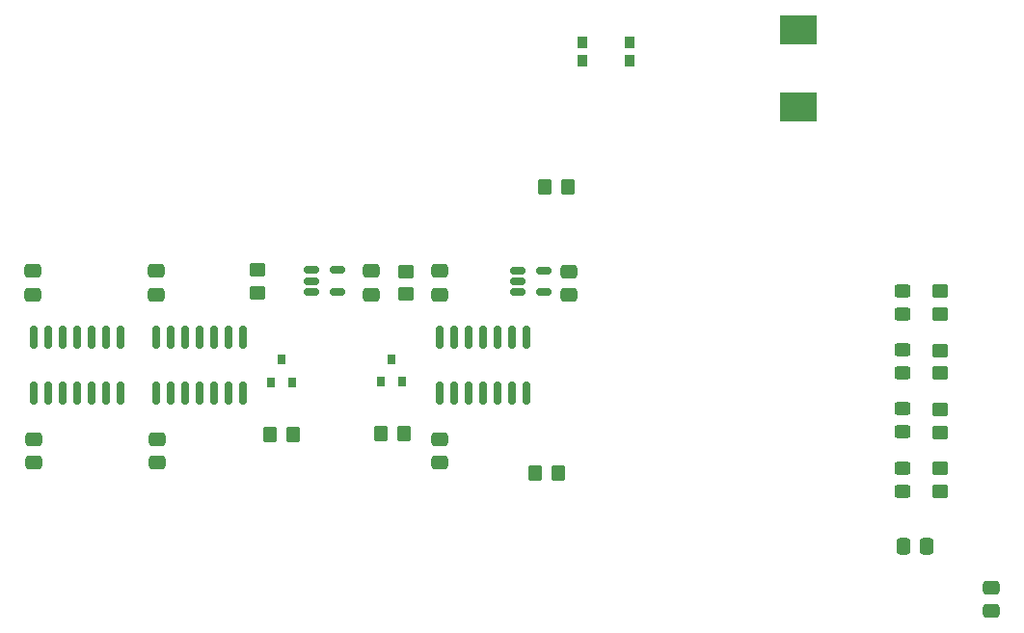
<source format=gbr>
G04 #@! TF.GenerationSoftware,KiCad,Pcbnew,8.0.1*
G04 #@! TF.CreationDate,2024-05-09T19:23:35+02:00*
G04 #@! TF.ProjectId,FluCom5,466c7543-6f6d-4352-9e6b-696361645f70,5.1*
G04 #@! TF.SameCoordinates,Original*
G04 #@! TF.FileFunction,Paste,Top*
G04 #@! TF.FilePolarity,Positive*
%FSLAX46Y46*%
G04 Gerber Fmt 4.6, Leading zero omitted, Abs format (unit mm)*
G04 Created by KiCad (PCBNEW 8.0.1) date 2024-05-09 19:23:35*
%MOMM*%
%LPD*%
G01*
G04 APERTURE LIST*
G04 Aperture macros list*
%AMRoundRect*
0 Rectangle with rounded corners*
0 $1 Rounding radius*
0 $2 $3 $4 $5 $6 $7 $8 $9 X,Y pos of 4 corners*
0 Add a 4 corners polygon primitive as box body*
4,1,4,$2,$3,$4,$5,$6,$7,$8,$9,$2,$3,0*
0 Add four circle primitives for the rounded corners*
1,1,$1+$1,$2,$3*
1,1,$1+$1,$4,$5*
1,1,$1+$1,$6,$7*
1,1,$1+$1,$8,$9*
0 Add four rect primitives between the rounded corners*
20,1,$1+$1,$2,$3,$4,$5,0*
20,1,$1+$1,$4,$5,$6,$7,0*
20,1,$1+$1,$6,$7,$8,$9,0*
20,1,$1+$1,$8,$9,$2,$3,0*%
G04 Aperture macros list end*
%ADD10RoundRect,0.250000X-0.475000X0.337500X-0.475000X-0.337500X0.475000X-0.337500X0.475000X0.337500X0*%
%ADD11RoundRect,0.250000X0.475000X-0.337500X0.475000X0.337500X-0.475000X0.337500X-0.475000X-0.337500X0*%
%ADD12RoundRect,0.250000X0.450000X-0.325000X0.450000X0.325000X-0.450000X0.325000X-0.450000X-0.325000X0*%
%ADD13RoundRect,0.250000X-0.450000X0.325000X-0.450000X-0.325000X0.450000X-0.325000X0.450000X0.325000X0*%
%ADD14R,3.300000X2.500000*%
%ADD15R,0.800000X0.900000*%
%ADD16RoundRect,0.250000X0.450000X-0.350000X0.450000X0.350000X-0.450000X0.350000X-0.450000X-0.350000X0*%
%ADD17RoundRect,0.250000X0.350000X0.450000X-0.350000X0.450000X-0.350000X-0.450000X0.350000X-0.450000X0*%
%ADD18RoundRect,0.150000X0.150000X-0.825000X0.150000X0.825000X-0.150000X0.825000X-0.150000X-0.825000X0*%
%ADD19RoundRect,0.250000X-0.450000X0.350000X-0.450000X-0.350000X0.450000X-0.350000X0.450000X0.350000X0*%
%ADD20RoundRect,0.250000X-0.350000X-0.450000X0.350000X-0.450000X0.350000X0.450000X-0.350000X0.450000X0*%
%ADD21RoundRect,0.250000X-0.337500X-0.475000X0.337500X-0.475000X0.337500X0.475000X-0.337500X0.475000X0*%
%ADD22RoundRect,0.150000X-0.512500X-0.150000X0.512500X-0.150000X0.512500X0.150000X-0.512500X0.150000X0*%
%ADD23R,0.900000X1.000000*%
G04 APERTURE END LIST*
D10*
X79603600Y-121542900D03*
X79603600Y-123617900D03*
X90424000Y-121542900D03*
X90424000Y-123617900D03*
D11*
X90322400Y-108835100D03*
X90322400Y-106760100D03*
D10*
X163703000Y-134598500D03*
X163703000Y-136673500D03*
D12*
X155875000Y-115735000D03*
X155875000Y-113685000D03*
D13*
X155875000Y-124100000D03*
X155875000Y-126150000D03*
D12*
X155875000Y-120920000D03*
X155875000Y-118870000D03*
X155875000Y-110550000D03*
X155875000Y-108500000D03*
D14*
X146750000Y-92350000D03*
X146750000Y-85550000D03*
D15*
X110050000Y-116500000D03*
X111950000Y-116500000D03*
X111000000Y-114500000D03*
D16*
X159175000Y-115741666D03*
X159175000Y-113741666D03*
X159175000Y-120933332D03*
X159175000Y-118933332D03*
X159175000Y-110550000D03*
X159175000Y-108550000D03*
D17*
X112100000Y-121100000D03*
X110100000Y-121100000D03*
D18*
X79590000Y-117522000D03*
X80860000Y-117522000D03*
X82130000Y-117522000D03*
X83400000Y-117522000D03*
X84670000Y-117522000D03*
X85940000Y-117522000D03*
X87210000Y-117522000D03*
X87210000Y-112572000D03*
X85940000Y-112572000D03*
X84670000Y-112572000D03*
X83400000Y-112572000D03*
X82130000Y-112572000D03*
X80860000Y-112572000D03*
X79590000Y-112572000D03*
X90373200Y-117522000D03*
X91643200Y-117522000D03*
X92913200Y-117522000D03*
X94183200Y-117522000D03*
X95453200Y-117522000D03*
X96723200Y-117522000D03*
X97993200Y-117522000D03*
X97993200Y-112572000D03*
X96723200Y-112572000D03*
X95453200Y-112572000D03*
X94183200Y-112572000D03*
X92913200Y-112572000D03*
X91643200Y-112572000D03*
X90373200Y-112572000D03*
D17*
X102352000Y-121150000D03*
X100352000Y-121150000D03*
D19*
X99275000Y-106700000D03*
X99275000Y-108700000D03*
D15*
X100402000Y-116550000D03*
X102302000Y-116550000D03*
X101352000Y-114550000D03*
D19*
X112257600Y-106800000D03*
X112257600Y-108800000D03*
D20*
X123650001Y-124550001D03*
X125650001Y-124550001D03*
D11*
X79502000Y-108835100D03*
X79502000Y-106760100D03*
D10*
X115265200Y-121542900D03*
X115265200Y-123617900D03*
D11*
X115265200Y-108867500D03*
X115265200Y-106792500D03*
D18*
X115238000Y-117522000D03*
X116508000Y-117522000D03*
X117778000Y-117522000D03*
X119048000Y-117522000D03*
X120318000Y-117522000D03*
X121588000Y-117522000D03*
X122858000Y-117522000D03*
X122858000Y-112572000D03*
X121588000Y-112572000D03*
X120318000Y-112572000D03*
X119048000Y-112572000D03*
X117778000Y-112572000D03*
X116508000Y-112572000D03*
X115238000Y-112572000D03*
D21*
X155937500Y-131000000D03*
X158012500Y-131000000D03*
D16*
X159175000Y-126125000D03*
X159175000Y-124125000D03*
D10*
X109250000Y-106792500D03*
X109250000Y-108867500D03*
D20*
X124500000Y-99400000D03*
X126500000Y-99400000D03*
D11*
X126625000Y-108887500D03*
X126625000Y-106812500D03*
D22*
X104012500Y-106700000D03*
X104012500Y-107650000D03*
X104012500Y-108600000D03*
X106287500Y-108600000D03*
X106287500Y-106700000D03*
X122112500Y-106750000D03*
X122112500Y-107700000D03*
X122112500Y-108650000D03*
X124387500Y-108650000D03*
X124387500Y-106750000D03*
D23*
X131900000Y-88300000D03*
X127800000Y-88300000D03*
X131900000Y-86700000D03*
X127800000Y-86700000D03*
M02*

</source>
